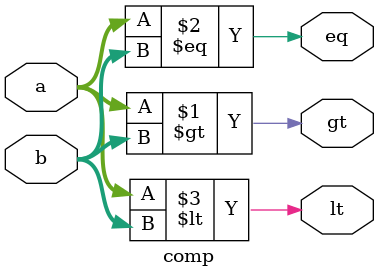
<source format=v>
module comp(a,b,gt,eq,lt);
input [7:0] a,b;
output gt,eq,lt;
assign gt=(a>b);
assign eq=(a==b);
assign lt=(a<b);
endmodule
</source>
